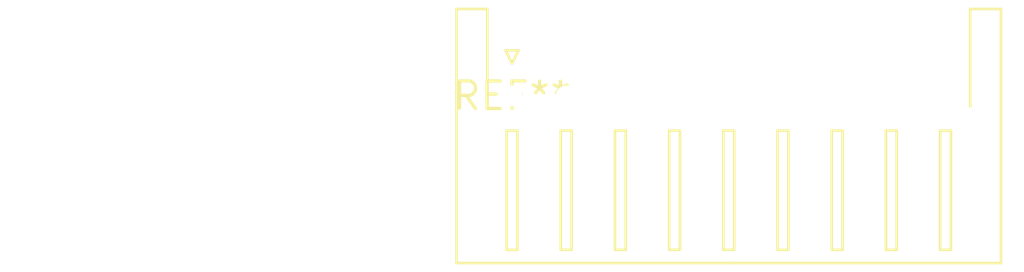
<source format=kicad_pcb>
(kicad_pcb (version 20240108) (generator pcbnew)
  (layers (0 "F.Cu" signal) (31 "B.Cu" signal) (34 "B.Paste" user) (35 "F.Paste" user) (36 "B.SilkS" user "B.Silkscreen") (37 "F.SilkS" user "F.Silkscreen") (38 "B.Mask" user) (39 "F.Mask" user) (44 "Edge.Cuts" user))
  (net 0 "")
  (footprint "JST_XH_S9B-XH-A-1_1x09_P2.50mm_Horizontal" (layer "F.Cu") (at 0 0)
    (property "Reference" "REF**")
    (property "Value" "JST_XH_S9B-XH-A-1_1x09_P2.50mm_Horizontal")
    (fp_line (start -2.56 -4.01) (end -1.14 -4.01) (layer "F.SilkS") (stroke (width 0.12)))
    (fp_line (start -2.56 7.71) (end -2.56 -4.01) (layer "F.SilkS") (stroke (width 0.12)))
    (fp_line (start -1.14 -4.01) (end -1.14 0.49) (layer "F.SilkS") (stroke (width 0.12)))
    (fp_line (start -0.3 -2.1) (end 0.3 -2.1) (layer "F.SilkS") (stroke (width 0.12)))
    (fp_line (start -0.25 1.6) (end -0.25 7.1) (layer "F.SilkS") (stroke (width 0.12)))
    (fp_line (start -0.25 7.1) (end 0.25 7.1) (layer "F.SilkS") (stroke (width 0.12)))
    (fp_line (start 0 -1.5) (end -0.3 -2.1) (layer "F.SilkS") (stroke (width 0.12)))
    (fp_line (start 0.25 1.6) (end -0.25 1.6) (layer "F.SilkS") (stroke (width 0.12)))
    (fp_line (start 0.25 7.1) (end 0.25 1.6) (layer "F.SilkS") (stroke (width 0.12)))
    (fp_line (start 0.3 -2.1) (end 0 -1.5) (layer "F.SilkS") (stroke (width 0.12)))
    (fp_line (start 2.25 1.6) (end 2.25 7.1) (layer "F.SilkS") (stroke (width 0.12)))
    (fp_line (start 2.25 7.1) (end 2.75 7.1) (layer "F.SilkS") (stroke (width 0.12)))
    (fp_line (start 2.75 1.6) (end 2.25 1.6) (layer "F.SilkS") (stroke (width 0.12)))
    (fp_line (start 2.75 7.1) (end 2.75 1.6) (layer "F.SilkS") (stroke (width 0.12)))
    (fp_line (start 4.75 1.6) (end 4.75 7.1) (layer "F.SilkS") (stroke (width 0.12)))
    (fp_line (start 4.75 7.1) (end 5.25 7.1) (layer "F.SilkS") (stroke (width 0.12)))
    (fp_line (start 5.25 1.6) (end 4.75 1.6) (layer "F.SilkS") (stroke (width 0.12)))
    (fp_line (start 5.25 7.1) (end 5.25 1.6) (layer "F.SilkS") (stroke (width 0.12)))
    (fp_line (start 7.25 1.6) (end 7.25 7.1) (layer "F.SilkS") (stroke (width 0.12)))
    (fp_line (start 7.25 7.1) (end 7.75 7.1) (layer "F.SilkS") (stroke (width 0.12)))
    (fp_line (start 7.75 1.6) (end 7.25 1.6) (layer "F.SilkS") (stroke (width 0.12)))
    (fp_line (start 7.75 7.1) (end 7.75 1.6) (layer "F.SilkS") (stroke (width 0.12)))
    (fp_line (start 9.75 1.6) (end 9.75 7.1) (layer "F.SilkS") (stroke (width 0.12)))
    (fp_line (start 9.75 7.1) (end 10.25 7.1) (layer "F.SilkS") (stroke (width 0.12)))
    (fp_line (start 10 7.71) (end -2.56 7.71) (layer "F.SilkS") (stroke (width 0.12)))
    (fp_line (start 10 7.71) (end 22.56 7.71) (layer "F.SilkS") (stroke (width 0.12)))
    (fp_line (start 10.25 1.6) (end 9.75 1.6) (layer "F.SilkS") (stroke (width 0.12)))
    (fp_line (start 10.25 7.1) (end 10.25 1.6) (layer "F.SilkS") (stroke (width 0.12)))
    (fp_line (start 12.25 1.6) (end 12.25 7.1) (layer "F.SilkS") (stroke (width 0.12)))
    (fp_line (start 12.25 7.1) (end 12.75 7.1) (layer "F.SilkS") (stroke (width 0.12)))
    (fp_line (start 12.75 1.6) (end 12.25 1.6) (layer "F.SilkS") (stroke (width 0.12)))
    (fp_line (start 12.75 7.1) (end 12.75 1.6) (layer "F.SilkS") (stroke (width 0.12)))
    (fp_line (start 14.75 1.6) (end 14.75 7.1) (layer "F.SilkS") (stroke (width 0.12)))
    (fp_line (start 14.75 7.1) (end 15.25 7.1) (layer "F.SilkS") (stroke (width 0.12)))
    (fp_line (start 15.25 1.6) (end 14.75 1.6) (layer "F.SilkS") (stroke (width 0.12)))
    (fp_line (start 15.25 7.1) (end 15.25 1.6) (layer "F.SilkS") (stroke (width 0.12)))
    (fp_line (start 17.25 1.6) (end 17.25 7.1) (layer "F.SilkS") (stroke (width 0.12)))
    (fp_line (start 17.25 7.1) (end 17.75 7.1) (layer "F.SilkS") (stroke (width 0.12)))
    (fp_line (start 17.75 1.6) (end 17.25 1.6) (layer "F.SilkS") (stroke (width 0.12)))
    (fp_line (start 17.75 7.1) (end 17.75 1.6) (layer "F.SilkS") (stroke (width 0.12)))
    (fp_line (start 19.75 1.6) (end 19.75 7.1) (layer "F.SilkS") (stroke (width 0.12)))
    (fp_line (start 19.75 7.1) (end 20.25 7.1) (layer "F.SilkS") (stroke (width 0.12)))
    (fp_line (start 20.25 1.6) (end 19.75 1.6) (layer "F.SilkS") (stroke (width 0.12)))
    (fp_line (start 20.25 7.1) (end 20.25 1.6) (layer "F.SilkS") (stroke (width 0.12)))
    (fp_line (start 21.14 -4.01) (end 21.14 0.49) (layer "F.SilkS") (stroke (width 0.12)))
    (fp_line (start 22.56 -4.01) (end 21.14 -4.01) (layer "F.SilkS") (stroke (width 0.12)))
    (fp_line (start 22.56 7.71) (end 22.56 -4.01) (layer "F.SilkS") (stroke (width 0.12)))
    (pad "1" thru_hole roundrect (at 0 0) (size 1.7 1.95) (drill 0.95) (layers *.Cu *.Mask) (remove_unused_layers) (roundrect_rratio 0.147059))
    (pad "2" thru_hole oval (at 2.5 0) (size 1.7 1.95) (drill 0.95) (layers *.Cu *.Mask) (remove_unused_layers))
    (pad "3" thru_hole oval (at 5 0) (size 1.7 1.95) (drill 0.95) (layers *.Cu *.Mask) (remove_unused_layers))
    (pad "4" thru_hole oval (at 7.5 0) (size 1.7 1.95) (drill 0.95) (layers *.Cu *.Mask) (remove_unused_layers))
    (pad "5" thru_hole oval (at 10 0) (size 1.7 1.95) (drill 0.95) (layers *.Cu *.Mask) (remove_unused_layers))
    (pad "6" thru_hole oval (at 12.5 0) (size 1.7 1.95) (drill 0.95) (layers *.Cu *.Mask) (remove_unused_layers))
    (pad "7" thru_hole oval (at 15 0) (size 1.7 1.95) (drill 0.95) (layers *.Cu *.Mask) (remove_unused_layers))
    (pad "8" thru_hole oval (at 17.5 0) (size 1.7 1.95) (drill 0.95) (layers *.Cu *.Mask) (remove_unused_layers))
    (pad "9" thru_hole oval (at 20 0) (size 1.7 1.95) (drill 0.95) (layers *.Cu *.Mask) (remove_unused_layers))
  )
)
</source>
